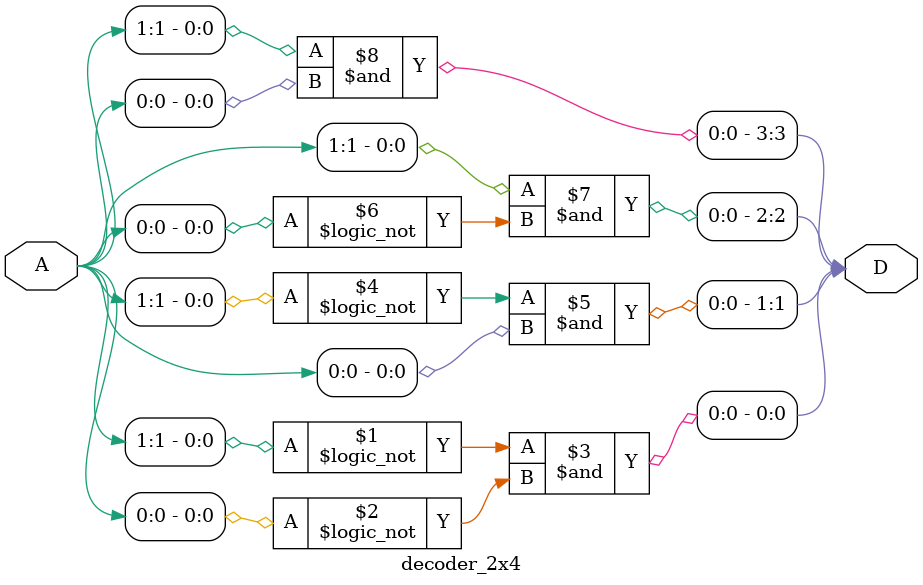
<source format=v>
module decoder_2x4
(
    input[1:0] A,       //2 inputs
    output[3:0] D       //4 outputs as usual in 2x4 decoder

);
    //Used dataflow design approach here
    assign D[0] = !A[1] & !A[0];
    assign D[1] = !A[1] & A[0];
    assign D[2] = A[1] & !A[0];
    assign D[3] = A[1] & A[0];


endmodule

</source>
